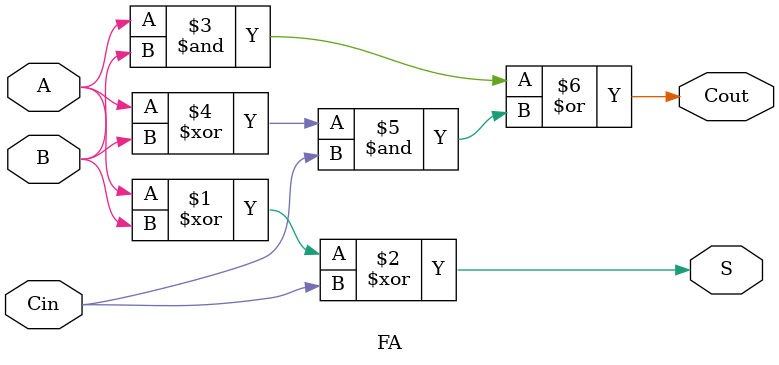
<source format=v>
`timescale 1ns / 1ps


module FA(
    input A,
    input B,
    input Cin,
    output S,
    output Cout
    );
     
assign S = A ^ B ^ Cin;
assign Cout = (A & B) | ((A ^ B) & Cin);
 
endmodule
</source>
